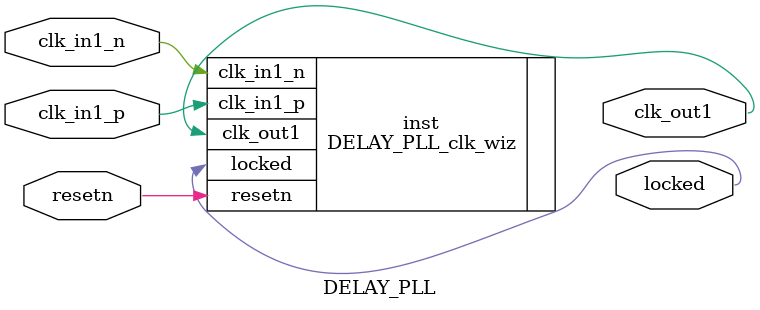
<source format=v>


`timescale 1ps/1ps

(* CORE_GENERATION_INFO = "DELAY_PLL,clk_wiz_v6_0_2_0_0,{component_name=DELAY_PLL,use_phase_alignment=true,use_min_o_jitter=false,use_max_i_jitter=false,use_dyn_phase_shift=false,use_inclk_switchover=false,use_dyn_reconfig=false,enable_axi=0,feedback_source=FDBK_AUTO,PRIMITIVE=MMCM,num_out_clk=1,clkin1_period=8.000,clkin2_period=10.000,use_power_down=false,use_reset=true,use_locked=true,use_inclk_stopped=false,feedback_type=SINGLE,CLOCK_MGR_TYPE=NA,manual_override=false}" *)

module DELAY_PLL 
 (
  // Clock out ports
  output        clk_out1,
  // Status and control signals
  input         resetn,
  output        locked,
 // Clock in ports
  input         clk_in1_p,
  input         clk_in1_n
 );

  DELAY_PLL_clk_wiz inst
  (
  // Clock out ports  
  .clk_out1(clk_out1),
  // Status and control signals               
  .resetn(resetn), 
  .locked(locked),
 // Clock in ports
  .clk_in1_p(clk_in1_p),
  .clk_in1_n(clk_in1_n)
  );

endmodule

</source>
